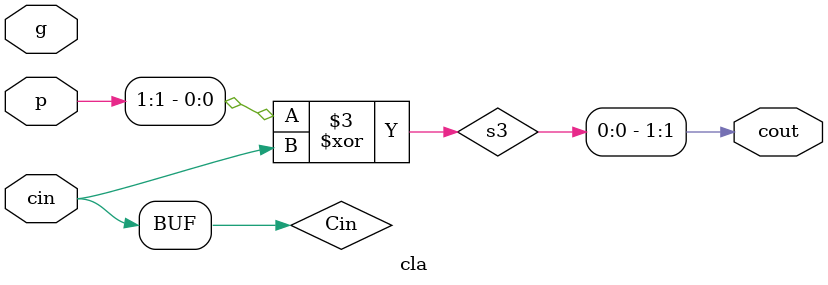
<source format=v>
module cla (cout, g, p, cin);
input [1:0] g, p;
input cin;
output [1:0] cout;

buf (Cin, cin); 
and a1 (s1, p[0], cin);
or o1 (s2, g[0], s1);
xor a2 (s3, p[1], cin);
or o2 (s4, g, s2);
buf (cout[1], s3);  



endmodule // cla

module cla_tb;

    reg g, p, cin;
    wire cout; 

cla uut(.g(g), .p(p), .cin(cin), .cout(cout));
endmodule 

</source>
